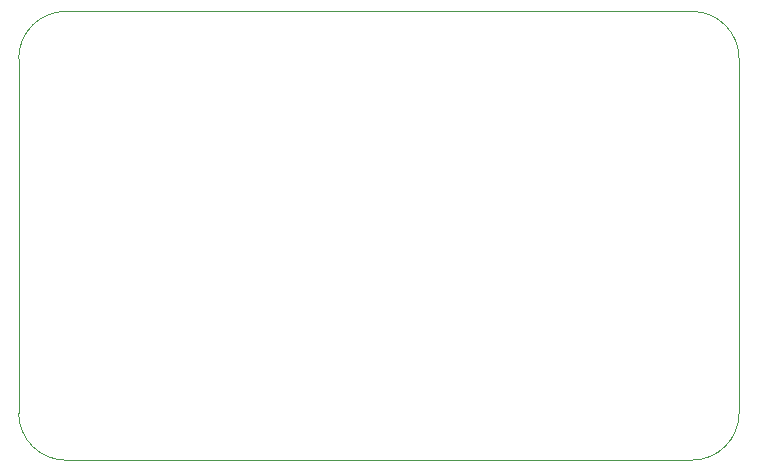
<source format=gm1>
G04 #@! TF.GenerationSoftware,KiCad,Pcbnew,(6.0.1)*
G04 #@! TF.CreationDate,2022-12-28T11:05:24-06:00*
G04 #@! TF.ProjectId,AIL,41494c2e-6b69-4636-9164-5f7063625858,rev?*
G04 #@! TF.SameCoordinates,Original*
G04 #@! TF.FileFunction,Profile,NP*
%FSLAX46Y46*%
G04 Gerber Fmt 4.6, Leading zero omitted, Abs format (unit mm)*
G04 Created by KiCad (PCBNEW (6.0.1)) date 2022-12-28 11:05:24*
%MOMM*%
%LPD*%
G01*
G04 APERTURE LIST*
G04 #@! TA.AperFunction,Profile*
%ADD10C,0.100000*%
G04 #@! TD*
G04 APERTURE END LIST*
D10*
X180000000Y-111000000D02*
G75*
G03*
X184000000Y-107000000I0J4000000D01*
G01*
X127000000Y-73000000D02*
X180000000Y-73000000D01*
X123000000Y-107000000D02*
G75*
G03*
X127000000Y-111000000I4000000J0D01*
G01*
X127000000Y-73000000D02*
G75*
G03*
X123000000Y-77000000I0J-4000000D01*
G01*
X123000000Y-77000000D02*
X123000000Y-107000000D01*
X184000000Y-77000000D02*
G75*
G03*
X180000000Y-73000000I-4000000J0D01*
G01*
X184000000Y-77000000D02*
X184000000Y-107000000D01*
X127000000Y-111000000D02*
X180000000Y-111000000D01*
M02*

</source>
